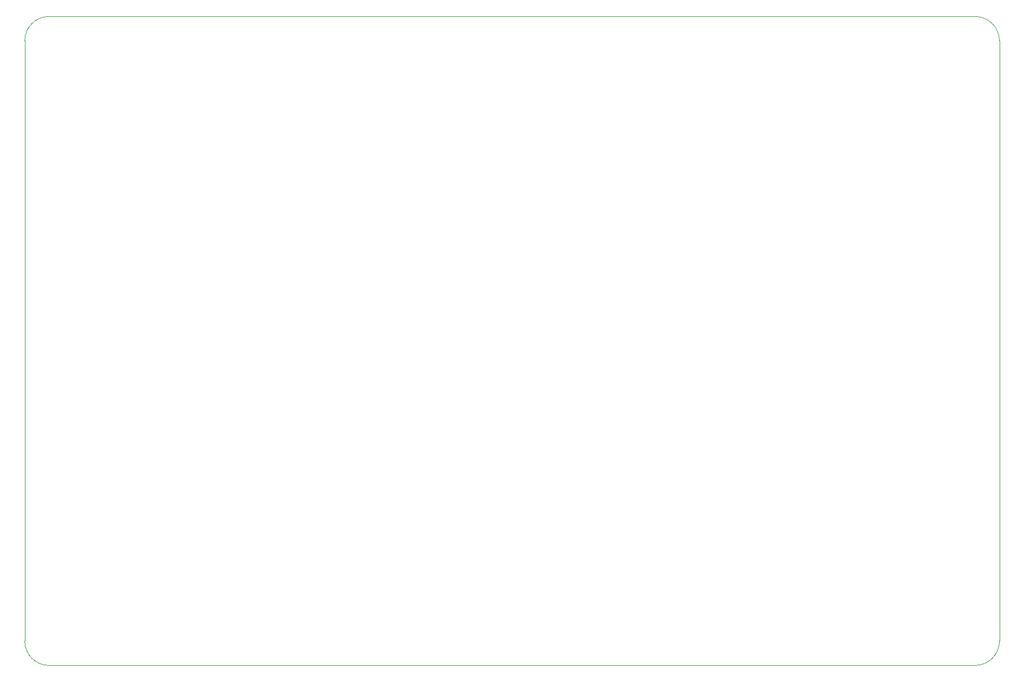
<source format=gm1>
G04 #@! TF.GenerationSoftware,KiCad,Pcbnew,(6.0.7)*
G04 #@! TF.CreationDate,2023-03-20T21:26:27-05:00*
G04 #@! TF.ProjectId,DriveBoard_Rev2,44726976-6542-46f6-9172-645f52657632,rev?*
G04 #@! TF.SameCoordinates,Original*
G04 #@! TF.FileFunction,Profile,NP*
%FSLAX46Y46*%
G04 Gerber Fmt 4.6, Leading zero omitted, Abs format (unit mm)*
G04 Created by KiCad (PCBNEW (6.0.7)) date 2023-03-20 21:26:27*
%MOMM*%
%LPD*%
G01*
G04 APERTURE LIST*
G04 #@! TA.AperFunction,Profile*
%ADD10C,0.100000*%
G04 #@! TD*
G04 APERTURE END LIST*
D10*
X180340000Y-139700000D02*
G75*
G03*
X184150000Y-135890000I0J3810000D01*
G01*
X180340000Y-139700000D02*
X35560000Y-139700000D01*
X184150000Y-41910000D02*
X184150000Y-135890000D01*
X31750000Y-135890000D02*
G75*
G03*
X35560000Y-139700000I3810000J0D01*
G01*
X31750000Y-135890000D02*
X31750000Y-41910000D01*
X35560000Y-38100000D02*
X180340000Y-38100000D01*
X35560000Y-38100000D02*
G75*
G03*
X31750000Y-41910000I0J-3810000D01*
G01*
X184150000Y-41910000D02*
G75*
G03*
X180340000Y-38100000I-3810000J0D01*
G01*
M02*

</source>
